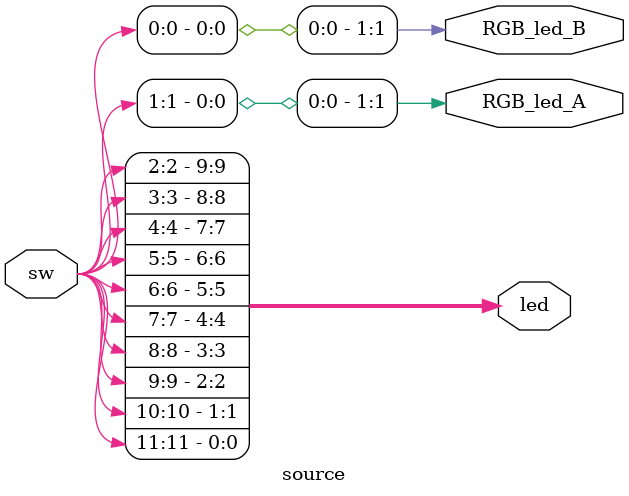
<source format=v>
`timescale 1ns / 1ps


module source(
    output [9:0] led,
    output [2:0] RGB_led_A,
    output [2:0] RGB_led_B,
    input [11:0] sw
);

assign led = {sw[2], sw[3], sw[4], sw[5], sw[6], sw[7], sw[8], sw[9], sw[10], sw[11]};

assign RGB_led_A[1] = sw[1];
assign RGB_led_B[1] = sw[0];

endmodule

</source>
